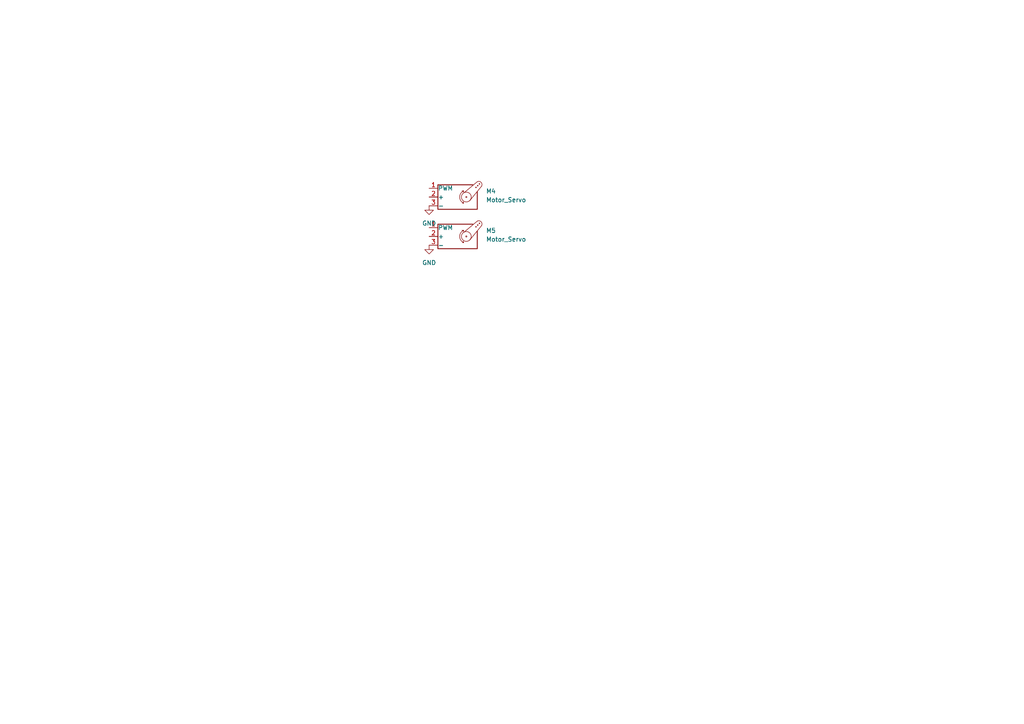
<source format=kicad_sch>
(kicad_sch (version 20230121) (generator eeschema)
  (paper "A4")
  (lib_symbols
    (symbol "Motor:Motor_Servo" (pin_names (offset 0.0254))
      (property "Reference" "M" (at -5.08 4.445 0))
      (property "Value" "Motor_Servo" (at -5.08 -4.064 0))
      (symbol "Motor_Servo_0_1"
        (polyline (pts (xy 2.413 -1.778) (xy 2.032 -1.778)))
        (polyline (pts (xy 2.413 -1.778) (xy 2.286 -1.397)))
        (polyline (pts (xy 2.413 1.778) (xy 1.905 1.778)))
        (polyline (pts (xy 2.413 1.778) (xy 2.286 1.397)))
        (polyline (pts (xy 6.35 4.445) (xy 2.54 1.27)))
        (polyline (pts (xy 7.62 3.175) (xy 4.191 -1.016)))
        (polyline (pts (xy 5.08 3.556) (xy -5.08 3.556) (xy -5.08 -3.556) (xy 6.35 -3.556) (xy 6.35 1.524)) (stroke (width 0.254)))
        (arc (start 2.413 1.778) (mid 1.2406 0) (end 2.413 -1.778))
        (circle (center 3.175 0) (radius 0.1778))
        (circle (center 3.175 0) (radius 1.4224))
        (circle (center 5.969 2.794) (radius 0.127))
        (circle (center 6.477 3.302) (radius 0.127))
        (circle (center 6.985 3.81) (radius 0.127))
        (arc (start 7.62 3.175) (mid 7.4485 4.2735) (end 6.35 4.445))
      )
      (symbol "Motor_Servo_1_1"
        (pin passive line (at -7.62 2.54 0) (length 2.54) (name "PWM") (number "1"))
        (pin passive line (at -7.62 0 0) (length 2.54) (name "+") (number "2"))
        (pin passive line (at -7.62 -2.54 0) (length 2.54) (name "-") (number "3"))
      )
    )
    (symbol "power:GND" (power) (pin_names (offset 0))
      (property "Value" "GND" (at 0 -3.81 0))
      (symbol "GND_0_1"
        (polyline (pts (xy 0 0) (xy 0 -1.27) (xy 1.27 -1.27) (xy 0 -2.54) (xy -1.27 -1.27) (xy 0 -1.27)))
      )
      (symbol "GND_1_1"
        (pin power_in line (at 0 0 270) (length 0) hide (name "GND") (number "1"))
      )
    )
  )
  (symbol (lib_id "Motor:Motor_Servo") (at 132.08 57.15 0) (unit 1)
    (property "Reference" "M4" (at 140.97 55.4466 0) (effects (justify left)))
    (property "Value" "Motor_Servo" (at 140.97 57.9866 0) (effects (justify left)))
    (property "Datasheet" "http://forums.parallax.com/uploads/attachments/46831/74481.png" (effects hide))
  )
  (symbol (lib_id "Motor:Motor_Servo") (at 132.08 68.58 0) (unit 1)
    (property "Reference" "M5" (at 140.97 66.8766 0) (effects (justify left)))
    (property "Value" "Motor_Servo" (at 140.97 69.4166 0) (effects (justify left)))
    (property "Datasheet" "http://forums.parallax.com/uploads/attachments/46831/74481.png" (effects hide))
  )
  (symbol (lib_id "power:GND") (at 124.46 71.12 0) (unit 1)
    (property "Reference" "#PWR01" (effects hide))
    (property "Value" "GND" (at 124.46 76.2 0))
    (instances (project "Pico-Skidi" (path "" (reference "#PWR01") (unit 1)) (path "" (reference "#PWR02") (unit 1))))
  )
  (symbol (lib_id "power:GND") (at 124.46 59.69 0) (unit 1)
    (property "Reference" "#PWR02" (effects hide))
    (property "Value" "GND" (at 124.46 64.77 0))
    (instances (project "Pico-Skidi" (path "" (reference "#PWR02") (unit 1)) (path "" (reference "#PWR01") (unit 1))))
  )
)
</source>
